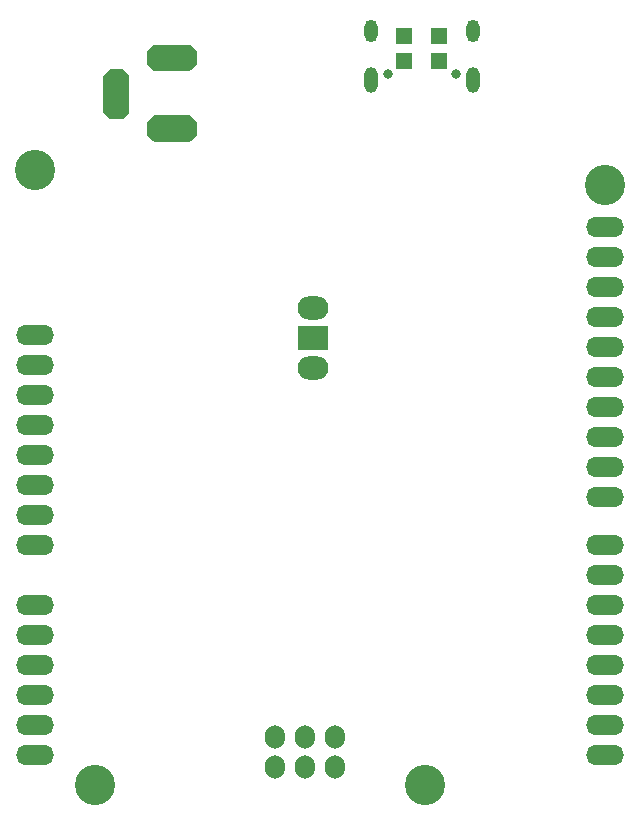
<source format=gbr>
G04*
G04 #@! TF.GenerationSoftware,Altium Limited,Altium Designer,24.2.2 (26)*
G04*
G04 Layer_Color=16711935*
%FSLAX44Y44*%
%MOMM*%
G71*
G04*
G04 #@! TF.SameCoordinates,6367177B-399A-4A79-9B87-6996C0B02EFD*
G04*
G04*
G04 #@! TF.FilePolarity,Negative*
G04*
G01*
G75*
%ADD39R,1.4032X1.4032*%
%ADD58C,3.4036*%
%ADD59O,3.2032X1.7032*%
%ADD60O,2.6032X2.0032*%
%ADD61R,2.6032X2.0032*%
%ADD62O,1.1032X1.9032*%
%ADD63O,1.1032X2.2032*%
%ADD64C,0.8032*%
%ADD65O,1.7000X2.0000*%
G36*
X157623Y653719D02*
X157753Y653693D01*
X157880Y653651D01*
X157999Y653592D01*
X158110Y653518D01*
X158210Y653430D01*
X163210Y648430D01*
X163298Y648330D01*
X163372Y648219D01*
X163431Y648100D01*
X163473Y647974D01*
X163500Y647843D01*
X163508Y647710D01*
Y637710D01*
X163500Y637577D01*
X163473Y637447D01*
X163431Y637320D01*
X163372Y637201D01*
X163298Y637090D01*
X163210Y636990D01*
X158210Y631990D01*
X158110Y631902D01*
X157999Y631828D01*
X157880Y631769D01*
X157753Y631726D01*
X157623Y631701D01*
X157490Y631692D01*
X126990D01*
X126857Y631701D01*
X126727Y631726D01*
X126600Y631769D01*
X126481Y631828D01*
X126370Y631902D01*
X126270Y631990D01*
X121270Y636990D01*
X121182Y637090D01*
X121108Y637201D01*
X121049Y637320D01*
X121006Y637447D01*
X120981Y637577D01*
X120972Y637710D01*
Y647710D01*
X120981Y647843D01*
X121006Y647974D01*
X121049Y648100D01*
X121108Y648219D01*
X121182Y648330D01*
X121270Y648430D01*
X126270Y653430D01*
X126370Y653518D01*
X126481Y653592D01*
X126600Y653651D01*
X126727Y653693D01*
X126857Y653719D01*
X126990Y653728D01*
X157490D01*
X157623Y653719D01*
D02*
G37*
G36*
X100373Y632970D02*
X100504Y632943D01*
X100630Y632901D01*
X100749Y632842D01*
X100860Y632768D01*
X100960Y632680D01*
X105960Y627680D01*
X106048Y627580D01*
X106122Y627469D01*
X106181Y627350D01*
X106223Y627224D01*
X106250Y627093D01*
X106258Y626960D01*
Y596460D01*
X106250Y596327D01*
X106223Y596197D01*
X106181Y596070D01*
X106122Y595951D01*
X106048Y595840D01*
X105960Y595740D01*
X100960Y590740D01*
X100860Y590652D01*
X100749Y590578D01*
X100630Y590519D01*
X100504Y590476D01*
X100373Y590451D01*
X100240Y590442D01*
X90240D01*
X90107Y590451D01*
X89977Y590476D01*
X89850Y590519D01*
X89731Y590578D01*
X89620Y590652D01*
X89520Y590740D01*
X84520Y595740D01*
X84432Y595840D01*
X84358Y595951D01*
X84299Y596070D01*
X84256Y596197D01*
X84230Y596327D01*
X84222Y596460D01*
Y626960D01*
X84230Y627093D01*
X84256Y627224D01*
X84299Y627350D01*
X84358Y627469D01*
X84432Y627580D01*
X84520Y627680D01*
X89520Y632680D01*
X89620Y632768D01*
X89731Y632842D01*
X89850Y632901D01*
X89977Y632943D01*
X90107Y632970D01*
X90240Y632978D01*
X100240D01*
X100373Y632970D01*
D02*
G37*
G36*
X157623Y593719D02*
X157753Y593694D01*
X157880Y593651D01*
X157999Y593592D01*
X158110Y593518D01*
X158210Y593430D01*
X163210Y588430D01*
X163298Y588330D01*
X163372Y588219D01*
X163431Y588100D01*
X163473Y587974D01*
X163500Y587843D01*
X163508Y587710D01*
Y577710D01*
X163500Y577577D01*
X163473Y577447D01*
X163431Y577320D01*
X163372Y577201D01*
X163298Y577090D01*
X163210Y576990D01*
X158210Y571990D01*
X158110Y571902D01*
X157999Y571828D01*
X157880Y571769D01*
X157753Y571726D01*
X157623Y571701D01*
X157490Y571692D01*
X126990D01*
X126857Y571701D01*
X126727Y571726D01*
X126600Y571769D01*
X126481Y571828D01*
X126370Y571902D01*
X126270Y571990D01*
X121270Y576990D01*
X121182Y577090D01*
X121108Y577201D01*
X121049Y577320D01*
X121006Y577447D01*
X120981Y577577D01*
X120972Y577710D01*
Y587710D01*
X120981Y587843D01*
X121006Y587974D01*
X121049Y588100D01*
X121108Y588219D01*
X121182Y588330D01*
X121270Y588430D01*
X126270Y593430D01*
X126370Y593518D01*
X126481Y593592D01*
X126600Y593651D01*
X126727Y593694D01*
X126857Y593719D01*
X126990Y593728D01*
X157490D01*
X157623Y593719D01*
D02*
G37*
D39*
X339090Y640130D02*
D03*
Y661130D02*
D03*
X368300Y640130D02*
D03*
Y661130D02*
D03*
D58*
X26670Y547370D02*
D03*
X509270Y534670D02*
D03*
X77470Y26670D02*
D03*
X356870D02*
D03*
D59*
X26670Y407670D02*
D03*
Y382270D02*
D03*
Y356870D02*
D03*
Y331470D02*
D03*
Y306070D02*
D03*
Y280670D02*
D03*
Y255270D02*
D03*
Y229870D02*
D03*
Y179070D02*
D03*
Y153670D02*
D03*
Y128270D02*
D03*
Y102870D02*
D03*
Y77470D02*
D03*
Y52070D02*
D03*
X509270Y270510D02*
D03*
Y295910D02*
D03*
Y321310D02*
D03*
Y346710D02*
D03*
Y372110D02*
D03*
Y397510D02*
D03*
Y422910D02*
D03*
Y448310D02*
D03*
Y473710D02*
D03*
Y499110D02*
D03*
Y52070D02*
D03*
Y77470D02*
D03*
Y102870D02*
D03*
Y128270D02*
D03*
Y153670D02*
D03*
Y179070D02*
D03*
Y204470D02*
D03*
Y229870D02*
D03*
D60*
X261620Y430530D02*
D03*
Y379730D02*
D03*
D61*
Y405130D02*
D03*
D62*
X311080Y665480D02*
D03*
X397580D02*
D03*
D63*
X311080Y623780D02*
D03*
X397580D02*
D03*
D64*
X325430Y628680D02*
D03*
X383230D02*
D03*
D65*
X280670Y67310D02*
D03*
X280670Y41910D02*
D03*
X255270Y67310D02*
D03*
X229870Y41910D02*
D03*
X255270D02*
D03*
X229870Y67310D02*
D03*
M02*

</source>
